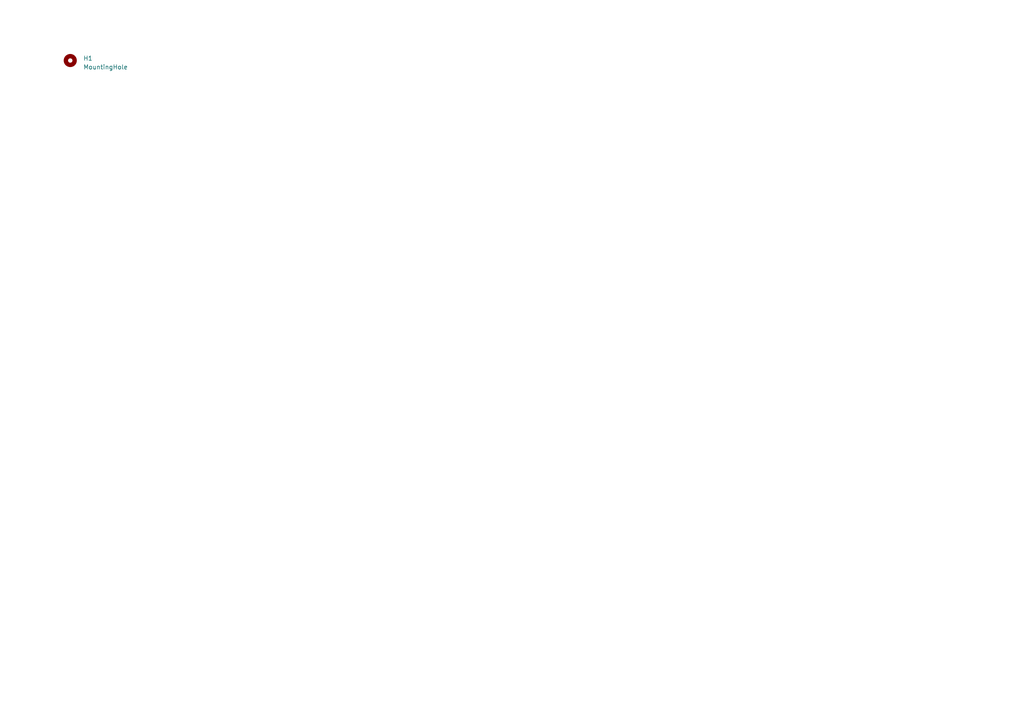
<source format=kicad_sch>
(kicad_sch (version 20230121) (generator eeschema)
  (paper "A4")
  (lib_symbols
    (symbol "Mechanical:MountingHole" (pin_names (offset 1.016))
      (property "Reference" "H" (at 0 5.08 0))
      (property "Value" "MountingHole" (at 0 3.175 0))
      (symbol "MountingHole_0_1"
        (circle (center 0 0) (radius 1.27) (stroke (width 1.27)))
      )
    )
  )
  (symbol (lib_id "Mechanical:MountingHole") (at 20.3784 17.554 0) (unit 1)
    (property "Reference" "H1" (at 24.13 16.919 0) (effects (justify left)))
    (property "Value" "MountingHole" (at 24.13 19.459 0) (effects (justify left)))
    (property "Footprint" "Castellated:Xiao Castellated" (effects hide))
  )
)
</source>
